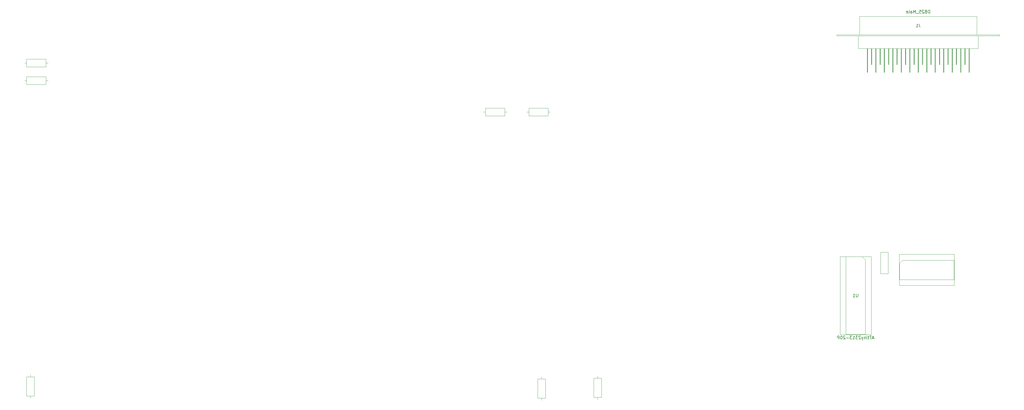
<source format=gbr>
G04 #@! TF.GenerationSoftware,KiCad,Pcbnew,7.0.1*
G04 #@! TF.CreationDate,2024-09-27T18:45:23-05:00*
G04 #@! TF.ProjectId,C128DKEYBOARD,43313238-444b-4455-9942-4f4152442e6b,3.3*
G04 #@! TF.SameCoordinates,Original*
G04 #@! TF.FileFunction,AssemblyDrawing,Bot*
%FSLAX46Y46*%
G04 Gerber Fmt 4.6, Leading zero omitted, Abs format (unit mm)*
G04 Created by KiCad (PCBNEW 7.0.1) date 2024-09-27 18:45:23*
%MOMM*%
%LPD*%
G01*
G04 APERTURE LIST*
%ADD10C,0.150000*%
%ADD11C,0.100000*%
G04 APERTURE END LIST*
D10*
X374263523Y-115771919D02*
X374263523Y-114771919D01*
X374263523Y-114771919D02*
X374025428Y-114771919D01*
X374025428Y-114771919D02*
X373882571Y-114819538D01*
X373882571Y-114819538D02*
X373787333Y-114914776D01*
X373787333Y-114914776D02*
X373739714Y-115010014D01*
X373739714Y-115010014D02*
X373692095Y-115200490D01*
X373692095Y-115200490D02*
X373692095Y-115343347D01*
X373692095Y-115343347D02*
X373739714Y-115533823D01*
X373739714Y-115533823D02*
X373787333Y-115629061D01*
X373787333Y-115629061D02*
X373882571Y-115724300D01*
X373882571Y-115724300D02*
X374025428Y-115771919D01*
X374025428Y-115771919D02*
X374263523Y-115771919D01*
X372930190Y-115248109D02*
X372787333Y-115295728D01*
X372787333Y-115295728D02*
X372739714Y-115343347D01*
X372739714Y-115343347D02*
X372692095Y-115438585D01*
X372692095Y-115438585D02*
X372692095Y-115581442D01*
X372692095Y-115581442D02*
X372739714Y-115676680D01*
X372739714Y-115676680D02*
X372787333Y-115724300D01*
X372787333Y-115724300D02*
X372882571Y-115771919D01*
X372882571Y-115771919D02*
X373263523Y-115771919D01*
X373263523Y-115771919D02*
X373263523Y-114771919D01*
X373263523Y-114771919D02*
X372930190Y-114771919D01*
X372930190Y-114771919D02*
X372834952Y-114819538D01*
X372834952Y-114819538D02*
X372787333Y-114867157D01*
X372787333Y-114867157D02*
X372739714Y-114962395D01*
X372739714Y-114962395D02*
X372739714Y-115057633D01*
X372739714Y-115057633D02*
X372787333Y-115152871D01*
X372787333Y-115152871D02*
X372834952Y-115200490D01*
X372834952Y-115200490D02*
X372930190Y-115248109D01*
X372930190Y-115248109D02*
X373263523Y-115248109D01*
X372311142Y-114867157D02*
X372263523Y-114819538D01*
X372263523Y-114819538D02*
X372168285Y-114771919D01*
X372168285Y-114771919D02*
X371930190Y-114771919D01*
X371930190Y-114771919D02*
X371834952Y-114819538D01*
X371834952Y-114819538D02*
X371787333Y-114867157D01*
X371787333Y-114867157D02*
X371739714Y-114962395D01*
X371739714Y-114962395D02*
X371739714Y-115057633D01*
X371739714Y-115057633D02*
X371787333Y-115200490D01*
X371787333Y-115200490D02*
X372358761Y-115771919D01*
X372358761Y-115771919D02*
X371739714Y-115771919D01*
X370834952Y-114771919D02*
X371311142Y-114771919D01*
X371311142Y-114771919D02*
X371358761Y-115248109D01*
X371358761Y-115248109D02*
X371311142Y-115200490D01*
X371311142Y-115200490D02*
X371215904Y-115152871D01*
X371215904Y-115152871D02*
X370977809Y-115152871D01*
X370977809Y-115152871D02*
X370882571Y-115200490D01*
X370882571Y-115200490D02*
X370834952Y-115248109D01*
X370834952Y-115248109D02*
X370787333Y-115343347D01*
X370787333Y-115343347D02*
X370787333Y-115581442D01*
X370787333Y-115581442D02*
X370834952Y-115676680D01*
X370834952Y-115676680D02*
X370882571Y-115724300D01*
X370882571Y-115724300D02*
X370977809Y-115771919D01*
X370977809Y-115771919D02*
X371215904Y-115771919D01*
X371215904Y-115771919D02*
X371311142Y-115724300D01*
X371311142Y-115724300D02*
X371358761Y-115676680D01*
X370596857Y-115867157D02*
X369834952Y-115867157D01*
X369596856Y-115771919D02*
X369596856Y-114771919D01*
X369596856Y-114771919D02*
X369263523Y-115486204D01*
X369263523Y-115486204D02*
X368930190Y-114771919D01*
X368930190Y-114771919D02*
X368930190Y-115771919D01*
X368025428Y-115771919D02*
X368025428Y-115248109D01*
X368025428Y-115248109D02*
X368073047Y-115152871D01*
X368073047Y-115152871D02*
X368168285Y-115105252D01*
X368168285Y-115105252D02*
X368358761Y-115105252D01*
X368358761Y-115105252D02*
X368453999Y-115152871D01*
X368025428Y-115724300D02*
X368120666Y-115771919D01*
X368120666Y-115771919D02*
X368358761Y-115771919D01*
X368358761Y-115771919D02*
X368453999Y-115724300D01*
X368453999Y-115724300D02*
X368501618Y-115629061D01*
X368501618Y-115629061D02*
X368501618Y-115533823D01*
X368501618Y-115533823D02*
X368453999Y-115438585D01*
X368453999Y-115438585D02*
X368358761Y-115390966D01*
X368358761Y-115390966D02*
X368120666Y-115390966D01*
X368120666Y-115390966D02*
X368025428Y-115343347D01*
X367406380Y-115771919D02*
X367501618Y-115724300D01*
X367501618Y-115724300D02*
X367549237Y-115629061D01*
X367549237Y-115629061D02*
X367549237Y-114771919D01*
X366644475Y-115724300D02*
X366739713Y-115771919D01*
X366739713Y-115771919D02*
X366930189Y-115771919D01*
X366930189Y-115771919D02*
X367025427Y-115724300D01*
X367025427Y-115724300D02*
X367073046Y-115629061D01*
X367073046Y-115629061D02*
X367073046Y-115248109D01*
X367073046Y-115248109D02*
X367025427Y-115152871D01*
X367025427Y-115152871D02*
X366930189Y-115105252D01*
X366930189Y-115105252D02*
X366739713Y-115105252D01*
X366739713Y-115105252D02*
X366644475Y-115152871D01*
X366644475Y-115152871D02*
X366596856Y-115248109D01*
X366596856Y-115248109D02*
X366596856Y-115343347D01*
X366596856Y-115343347D02*
X367073046Y-115438585D01*
X370787333Y-119271919D02*
X370787333Y-119986204D01*
X370787333Y-119986204D02*
X370834952Y-120129061D01*
X370834952Y-120129061D02*
X370930190Y-120224300D01*
X370930190Y-120224300D02*
X371073047Y-120271919D01*
X371073047Y-120271919D02*
X371168285Y-120271919D01*
X369787333Y-120271919D02*
X370358761Y-120271919D01*
X370073047Y-120271919D02*
X370073047Y-119271919D01*
X370073047Y-119271919D02*
X370168285Y-119414776D01*
X370168285Y-119414776D02*
X370263523Y-119510014D01*
X370263523Y-119510014D02*
X370358761Y-119557633D01*
X355964380Y-221962904D02*
X355488190Y-221962904D01*
X356059618Y-222248619D02*
X355726285Y-221248619D01*
X355726285Y-221248619D02*
X355392952Y-222248619D01*
X355202475Y-221248619D02*
X354631047Y-221248619D01*
X354916761Y-222248619D02*
X354916761Y-221248619D01*
X354440570Y-221581952D02*
X354059618Y-221581952D01*
X354297713Y-221248619D02*
X354297713Y-222105761D01*
X354297713Y-222105761D02*
X354250094Y-222201000D01*
X354250094Y-222201000D02*
X354154856Y-222248619D01*
X354154856Y-222248619D02*
X354059618Y-222248619D01*
X353726284Y-222248619D02*
X353726284Y-221581952D01*
X353726284Y-221248619D02*
X353773903Y-221296238D01*
X353773903Y-221296238D02*
X353726284Y-221343857D01*
X353726284Y-221343857D02*
X353678665Y-221296238D01*
X353678665Y-221296238D02*
X353726284Y-221248619D01*
X353726284Y-221248619D02*
X353726284Y-221343857D01*
X353250094Y-221581952D02*
X353250094Y-222248619D01*
X353250094Y-221677190D02*
X353202475Y-221629571D01*
X353202475Y-221629571D02*
X353107237Y-221581952D01*
X353107237Y-221581952D02*
X352964380Y-221581952D01*
X352964380Y-221581952D02*
X352869142Y-221629571D01*
X352869142Y-221629571D02*
X352821523Y-221724809D01*
X352821523Y-221724809D02*
X352821523Y-222248619D01*
X352440570Y-221581952D02*
X352202475Y-222248619D01*
X351964380Y-221581952D02*
X352202475Y-222248619D01*
X352202475Y-222248619D02*
X352297713Y-222486714D01*
X352297713Y-222486714D02*
X352345332Y-222534333D01*
X352345332Y-222534333D02*
X352440570Y-222581952D01*
X351631046Y-221343857D02*
X351583427Y-221296238D01*
X351583427Y-221296238D02*
X351488189Y-221248619D01*
X351488189Y-221248619D02*
X351250094Y-221248619D01*
X351250094Y-221248619D02*
X351154856Y-221296238D01*
X351154856Y-221296238D02*
X351107237Y-221343857D01*
X351107237Y-221343857D02*
X351059618Y-221439095D01*
X351059618Y-221439095D02*
X351059618Y-221534333D01*
X351059618Y-221534333D02*
X351107237Y-221677190D01*
X351107237Y-221677190D02*
X351678665Y-222248619D01*
X351678665Y-222248619D02*
X351059618Y-222248619D01*
X350726284Y-221248619D02*
X350107237Y-221248619D01*
X350107237Y-221248619D02*
X350440570Y-221629571D01*
X350440570Y-221629571D02*
X350297713Y-221629571D01*
X350297713Y-221629571D02*
X350202475Y-221677190D01*
X350202475Y-221677190D02*
X350154856Y-221724809D01*
X350154856Y-221724809D02*
X350107237Y-221820047D01*
X350107237Y-221820047D02*
X350107237Y-222058142D01*
X350107237Y-222058142D02*
X350154856Y-222153380D01*
X350154856Y-222153380D02*
X350202475Y-222201000D01*
X350202475Y-222201000D02*
X350297713Y-222248619D01*
X350297713Y-222248619D02*
X350583427Y-222248619D01*
X350583427Y-222248619D02*
X350678665Y-222201000D01*
X350678665Y-222201000D02*
X350726284Y-222153380D01*
X349154856Y-222248619D02*
X349726284Y-222248619D01*
X349440570Y-222248619D02*
X349440570Y-221248619D01*
X349440570Y-221248619D02*
X349535808Y-221391476D01*
X349535808Y-221391476D02*
X349631046Y-221486714D01*
X349631046Y-221486714D02*
X349726284Y-221534333D01*
X348821522Y-221248619D02*
X348202475Y-221248619D01*
X348202475Y-221248619D02*
X348535808Y-221629571D01*
X348535808Y-221629571D02*
X348392951Y-221629571D01*
X348392951Y-221629571D02*
X348297713Y-221677190D01*
X348297713Y-221677190D02*
X348250094Y-221724809D01*
X348250094Y-221724809D02*
X348202475Y-221820047D01*
X348202475Y-221820047D02*
X348202475Y-222058142D01*
X348202475Y-222058142D02*
X348250094Y-222153380D01*
X348250094Y-222153380D02*
X348297713Y-222201000D01*
X348297713Y-222201000D02*
X348392951Y-222248619D01*
X348392951Y-222248619D02*
X348678665Y-222248619D01*
X348678665Y-222248619D02*
X348773903Y-222201000D01*
X348773903Y-222201000D02*
X348821522Y-222153380D01*
X347773903Y-221867666D02*
X347011999Y-221867666D01*
X346583427Y-221343857D02*
X346535808Y-221296238D01*
X346535808Y-221296238D02*
X346440570Y-221248619D01*
X346440570Y-221248619D02*
X346202475Y-221248619D01*
X346202475Y-221248619D02*
X346107237Y-221296238D01*
X346107237Y-221296238D02*
X346059618Y-221343857D01*
X346059618Y-221343857D02*
X346011999Y-221439095D01*
X346011999Y-221439095D02*
X346011999Y-221534333D01*
X346011999Y-221534333D02*
X346059618Y-221677190D01*
X346059618Y-221677190D02*
X346631046Y-222248619D01*
X346631046Y-222248619D02*
X346011999Y-222248619D01*
X345392951Y-221248619D02*
X345297713Y-221248619D01*
X345297713Y-221248619D02*
X345202475Y-221296238D01*
X345202475Y-221296238D02*
X345154856Y-221343857D01*
X345154856Y-221343857D02*
X345107237Y-221439095D01*
X345107237Y-221439095D02*
X345059618Y-221629571D01*
X345059618Y-221629571D02*
X345059618Y-221867666D01*
X345059618Y-221867666D02*
X345107237Y-222058142D01*
X345107237Y-222058142D02*
X345154856Y-222153380D01*
X345154856Y-222153380D02*
X345202475Y-222201000D01*
X345202475Y-222201000D02*
X345297713Y-222248619D01*
X345297713Y-222248619D02*
X345392951Y-222248619D01*
X345392951Y-222248619D02*
X345488189Y-222201000D01*
X345488189Y-222201000D02*
X345535808Y-222153380D01*
X345535808Y-222153380D02*
X345583427Y-222058142D01*
X345583427Y-222058142D02*
X345631046Y-221867666D01*
X345631046Y-221867666D02*
X345631046Y-221629571D01*
X345631046Y-221629571D02*
X345583427Y-221439095D01*
X345583427Y-221439095D02*
X345535808Y-221343857D01*
X345535808Y-221343857D02*
X345488189Y-221296238D01*
X345488189Y-221296238D02*
X345392951Y-221248619D01*
X344631046Y-222248619D02*
X344631046Y-221248619D01*
X344631046Y-221248619D02*
X344250094Y-221248619D01*
X344250094Y-221248619D02*
X344154856Y-221296238D01*
X344154856Y-221296238D02*
X344107237Y-221343857D01*
X344107237Y-221343857D02*
X344059618Y-221439095D01*
X344059618Y-221439095D02*
X344059618Y-221581952D01*
X344059618Y-221581952D02*
X344107237Y-221677190D01*
X344107237Y-221677190D02*
X344154856Y-221724809D01*
X344154856Y-221724809D02*
X344250094Y-221772428D01*
X344250094Y-221772428D02*
X344631046Y-221772428D01*
X350773904Y-207488619D02*
X350773904Y-208298142D01*
X350773904Y-208298142D02*
X350726285Y-208393380D01*
X350726285Y-208393380D02*
X350678666Y-208441000D01*
X350678666Y-208441000D02*
X350583428Y-208488619D01*
X350583428Y-208488619D02*
X350392952Y-208488619D01*
X350392952Y-208488619D02*
X350297714Y-208441000D01*
X350297714Y-208441000D02*
X350250095Y-208393380D01*
X350250095Y-208393380D02*
X350202476Y-208298142D01*
X350202476Y-208298142D02*
X350202476Y-207488619D01*
X349202476Y-208488619D02*
X349773904Y-208488619D01*
X349488190Y-208488619D02*
X349488190Y-207488619D01*
X349488190Y-207488619D02*
X349583428Y-207631476D01*
X349583428Y-207631476D02*
X349678666Y-207726714D01*
X349678666Y-207726714D02*
X349773904Y-207774333D01*
D11*
X343904000Y-122809300D02*
X397004000Y-122809300D01*
X343904000Y-123209300D02*
X343904000Y-122809300D01*
X350904000Y-123209300D02*
X390004000Y-123209300D01*
X350904000Y-127309300D02*
X350904000Y-123209300D01*
X351304000Y-116809300D02*
X389604000Y-116809300D01*
X351304000Y-122809300D02*
X351304000Y-116809300D01*
X353734000Y-135149300D02*
X353734000Y-127309300D01*
X353834000Y-135149300D02*
X353834000Y-127309300D01*
X353934000Y-135149300D02*
X353934000Y-127309300D01*
X355119000Y-132609300D02*
X355119000Y-127309300D01*
X355219000Y-132609300D02*
X355219000Y-127309300D01*
X355319000Y-132609300D02*
X355319000Y-127309300D01*
X356504000Y-135149300D02*
X356504000Y-127309300D01*
X356604000Y-135149300D02*
X356604000Y-127309300D01*
X356704000Y-135149300D02*
X356704000Y-127309300D01*
X357889000Y-132609300D02*
X357889000Y-127309300D01*
X357989000Y-132609300D02*
X357989000Y-127309300D01*
X358089000Y-132609300D02*
X358089000Y-127309300D01*
X359274000Y-135149300D02*
X359274000Y-127309300D01*
X359374000Y-135149300D02*
X359374000Y-127309300D01*
X359474000Y-135149300D02*
X359474000Y-127309300D01*
X360659000Y-132609300D02*
X360659000Y-127309300D01*
X360759000Y-132609300D02*
X360759000Y-127309300D01*
X360859000Y-132609300D02*
X360859000Y-127309300D01*
X362044000Y-135149300D02*
X362044000Y-127309300D01*
X362144000Y-135149300D02*
X362144000Y-127309300D01*
X362244000Y-135149300D02*
X362244000Y-127309300D01*
X363429000Y-132609300D02*
X363429000Y-127309300D01*
X363529000Y-132609300D02*
X363529000Y-127309300D01*
X363629000Y-132609300D02*
X363629000Y-127309300D01*
X364814000Y-135149300D02*
X364814000Y-127309300D01*
X364914000Y-135149300D02*
X364914000Y-127309300D01*
X365014000Y-135149300D02*
X365014000Y-127309300D01*
X366199000Y-132609300D02*
X366199000Y-127309300D01*
X366299000Y-132609300D02*
X366299000Y-127309300D01*
X366399000Y-132609300D02*
X366399000Y-127309300D01*
X367584000Y-135149300D02*
X367584000Y-127309300D01*
X367684000Y-135149300D02*
X367684000Y-127309300D01*
X367784000Y-135149300D02*
X367784000Y-127309300D01*
X368969000Y-132609300D02*
X368969000Y-127309300D01*
X369069000Y-132609300D02*
X369069000Y-127309300D01*
X369169000Y-132609300D02*
X369169000Y-127309300D01*
X370354000Y-135149300D02*
X370354000Y-127309300D01*
X370454000Y-135149300D02*
X370454000Y-127309300D01*
X370554000Y-135149300D02*
X370554000Y-127309300D01*
X371739000Y-132609300D02*
X371739000Y-127309300D01*
X371839000Y-132609300D02*
X371839000Y-127309300D01*
X371939000Y-132609300D02*
X371939000Y-127309300D01*
X373124000Y-135149300D02*
X373124000Y-127309300D01*
X373224000Y-135149300D02*
X373224000Y-127309300D01*
X373324000Y-135149300D02*
X373324000Y-127309300D01*
X374509000Y-132609300D02*
X374509000Y-127309300D01*
X374609000Y-132609300D02*
X374609000Y-127309300D01*
X374709000Y-132609300D02*
X374709000Y-127309300D01*
X375894000Y-135149300D02*
X375894000Y-127309300D01*
X375994000Y-135149300D02*
X375994000Y-127309300D01*
X376094000Y-135149300D02*
X376094000Y-127309300D01*
X377279000Y-132609300D02*
X377279000Y-127309300D01*
X377379000Y-132609300D02*
X377379000Y-127309300D01*
X377479000Y-132609300D02*
X377479000Y-127309300D01*
X378664000Y-135149300D02*
X378664000Y-127309300D01*
X378764000Y-135149300D02*
X378764000Y-127309300D01*
X378864000Y-135149300D02*
X378864000Y-127309300D01*
X380049000Y-132609300D02*
X380049000Y-127309300D01*
X380149000Y-132609300D02*
X380149000Y-127309300D01*
X380249000Y-132609300D02*
X380249000Y-127309300D01*
X381434000Y-135149300D02*
X381434000Y-127309300D01*
X381534000Y-135149300D02*
X381534000Y-127309300D01*
X381634000Y-135149300D02*
X381634000Y-127309300D01*
X382819000Y-132609300D02*
X382819000Y-127309300D01*
X382919000Y-132609300D02*
X382919000Y-127309300D01*
X383019000Y-132609300D02*
X383019000Y-127309300D01*
X384204000Y-135149300D02*
X384204000Y-127309300D01*
X384304000Y-135149300D02*
X384304000Y-127309300D01*
X384404000Y-135149300D02*
X384404000Y-127309300D01*
X385589000Y-132609300D02*
X385589000Y-127309300D01*
X385689000Y-132609300D02*
X385689000Y-127309300D01*
X385789000Y-132609300D02*
X385789000Y-127309300D01*
X386974000Y-135149300D02*
X386974000Y-127309300D01*
X387074000Y-135149300D02*
X387074000Y-127309300D01*
X387174000Y-135149300D02*
X387174000Y-127309300D01*
X389604000Y-116809300D02*
X389604000Y-122809300D01*
X389604000Y-122809300D02*
X351304000Y-122809300D01*
X390004000Y-123209300D02*
X390004000Y-127309300D01*
X390004000Y-127309300D02*
X350904000Y-127309300D01*
X397004000Y-122809300D02*
X397004000Y-123209300D01*
X397004000Y-123209300D02*
X343904000Y-123209300D01*
X236143000Y-148082000D02*
X235483000Y-148082000D01*
X235483000Y-149332000D02*
X229183000Y-149332000D01*
X235483000Y-146832000D02*
X235483000Y-149332000D01*
X229183000Y-149332000D02*
X229183000Y-146832000D01*
X229183000Y-146832000D02*
X235483000Y-146832000D01*
X228523000Y-148082000D02*
X229183000Y-148082000D01*
X382198000Y-194574000D02*
X382198000Y-204734000D01*
X364298000Y-194574000D02*
X382198000Y-194574000D01*
X382138000Y-196479000D02*
X365358000Y-196479000D01*
X365358000Y-196479000D02*
X364358000Y-197479000D01*
X364358000Y-197479000D02*
X364358000Y-202829000D01*
X382138000Y-202829000D02*
X382138000Y-196479000D01*
X364358000Y-202829000D02*
X382138000Y-202829000D01*
X382198000Y-204734000D02*
X364298000Y-204734000D01*
X364298000Y-204734000D02*
X364298000Y-194574000D01*
X265811000Y-241935000D02*
X265811000Y-241275000D01*
X264561000Y-241275000D02*
X264561000Y-234975000D01*
X267061000Y-241275000D02*
X264561000Y-241275000D01*
X264561000Y-234975000D02*
X267061000Y-234975000D01*
X267061000Y-234975000D02*
X267061000Y-241275000D01*
X265811000Y-234315000D02*
X265811000Y-234975000D01*
X355092000Y-220786000D02*
X344932000Y-220786000D01*
X355092000Y-195266000D02*
X355092000Y-220786000D01*
X353187000Y-220726000D02*
X353187000Y-196326000D01*
X353187000Y-196326000D02*
X352187000Y-195326000D01*
X352187000Y-195326000D02*
X346837000Y-195326000D01*
X346837000Y-220726000D02*
X353187000Y-220726000D01*
X346837000Y-195326000D02*
X346837000Y-220726000D01*
X344932000Y-220786000D02*
X344932000Y-195266000D01*
X344932000Y-195266000D02*
X355092000Y-195266000D01*
X80645000Y-241554000D02*
X80645000Y-240894000D01*
X79395000Y-240894000D02*
X79395000Y-234594000D01*
X81895000Y-240894000D02*
X79395000Y-240894000D01*
X79395000Y-234594000D02*
X81895000Y-234594000D01*
X81895000Y-234594000D02*
X81895000Y-240894000D01*
X80645000Y-233934000D02*
X80645000Y-234594000D01*
X78740000Y-132080000D02*
X79400000Y-132080000D01*
X79400000Y-130830000D02*
X85700000Y-130830000D01*
X79400000Y-133330000D02*
X79400000Y-130830000D01*
X85700000Y-130830000D02*
X85700000Y-133330000D01*
X85700000Y-133330000D02*
X79400000Y-133330000D01*
X86360000Y-132080000D02*
X85700000Y-132080000D01*
X358160000Y-200858000D02*
X358160000Y-193858000D01*
X360660000Y-200858000D02*
X358160000Y-200858000D01*
X358160000Y-193858000D02*
X360660000Y-193858000D01*
X360660000Y-193858000D02*
X360660000Y-200858000D01*
X86360000Y-137795000D02*
X85700000Y-137795000D01*
X85700000Y-139045000D02*
X79400000Y-139045000D01*
X85700000Y-136545000D02*
X85700000Y-139045000D01*
X79400000Y-139045000D02*
X79400000Y-136545000D01*
X79400000Y-136545000D02*
X85700000Y-136545000D01*
X78740000Y-137795000D02*
X79400000Y-137795000D01*
X247523000Y-242189000D02*
X247523000Y-241529000D01*
X246273000Y-241529000D02*
X246273000Y-235229000D01*
X248773000Y-241529000D02*
X246273000Y-241529000D01*
X246273000Y-235229000D02*
X248773000Y-235229000D01*
X248773000Y-235229000D02*
X248773000Y-241529000D01*
X247523000Y-234569000D02*
X247523000Y-235229000D01*
X250317000Y-148082000D02*
X249657000Y-148082000D01*
X249657000Y-149332000D02*
X243357000Y-149332000D01*
X249657000Y-146832000D02*
X249657000Y-149332000D01*
X243357000Y-149332000D02*
X243357000Y-146832000D01*
X243357000Y-146832000D02*
X249657000Y-146832000D01*
X242697000Y-148082000D02*
X243357000Y-148082000D01*
M02*

</source>
